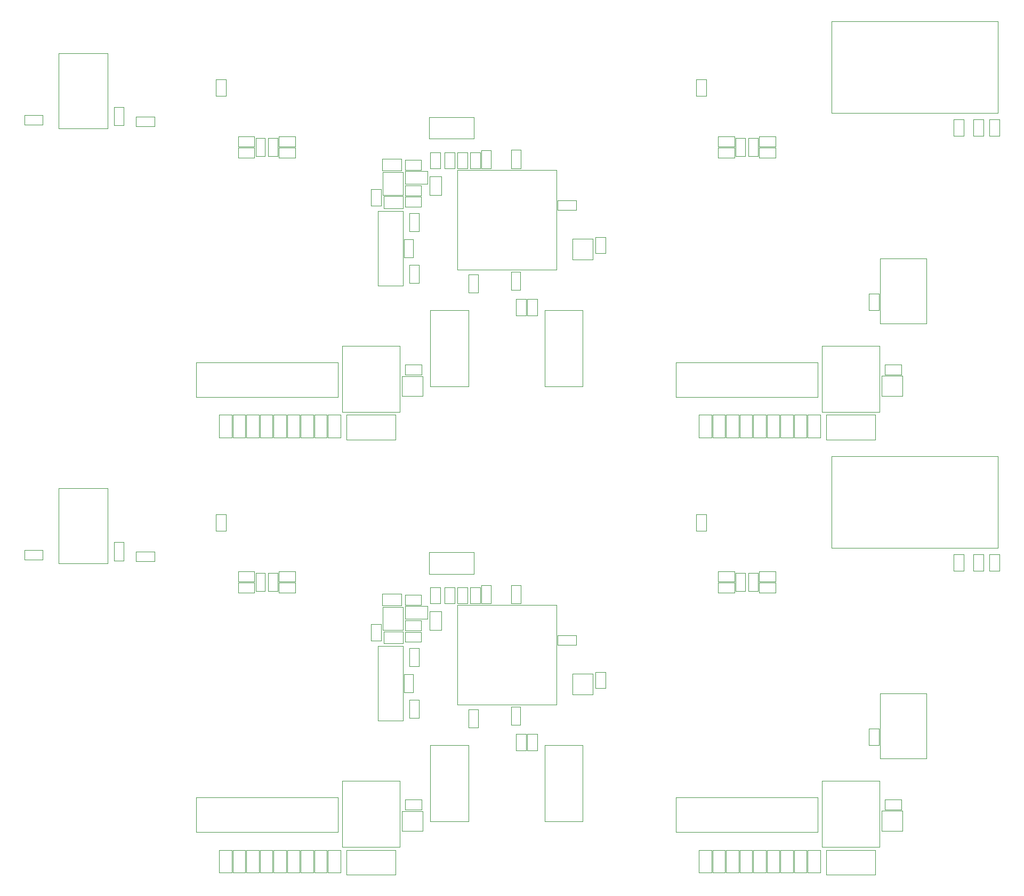
<source format=gbr>
G04 #@! TF.FileFunction,Other,User*
%FSLAX46Y46*%
G04 Gerber Fmt 4.6, Leading zero omitted, Abs format (unit mm)*
G04 Created by KiCad (PCBNEW 4.0.1-stable) date Fri 05 Feb 2016 02:26:42 PM CET*
%MOMM*%
G01*
G04 APERTURE LIST*
%ADD10C,0.100000*%
%ADD11C,0.050000*%
G04 APERTURE END LIST*
D10*
D11*
X156838034Y-118649106D02*
X156838034Y-121249106D01*
X155238034Y-118649106D02*
X155238034Y-121249106D01*
X156838034Y-118649106D02*
X155238034Y-118649106D01*
X156838034Y-121249106D02*
X155238034Y-121249106D01*
X26504234Y-92375506D02*
X26504234Y-80475506D01*
X34304234Y-92375506D02*
X34304234Y-80475506D01*
X34304234Y-80475506D02*
X26504234Y-80475506D01*
X34304234Y-92375506D02*
X26504234Y-92375506D01*
X80055034Y-141812706D02*
X72255034Y-141812706D01*
X80055034Y-137912706D02*
X72255034Y-137912706D01*
X80055034Y-141812706D02*
X80055034Y-137912706D01*
X72255034Y-141812706D02*
X72255034Y-137912706D01*
X156255034Y-141812706D02*
X148455034Y-141812706D01*
X156255034Y-137912706D02*
X148455034Y-137912706D01*
X156255034Y-141812706D02*
X156255034Y-137912706D01*
X148455034Y-141812706D02*
X148455034Y-137912706D01*
X48393094Y-135040906D02*
X48393094Y-129540906D01*
X70893094Y-135040906D02*
X70893094Y-129540906D01*
X70893094Y-129540906D02*
X48393094Y-129540906D01*
X70893094Y-135040906D02*
X48393094Y-135040906D01*
X124593094Y-135040906D02*
X124593094Y-129540906D01*
X147093094Y-135040906D02*
X147093094Y-129540906D01*
X147093094Y-129540906D02*
X124593094Y-129540906D01*
X147093094Y-135040906D02*
X124593094Y-135040906D01*
X149275094Y-89937906D02*
X175675094Y-89937906D01*
X149275094Y-75387906D02*
X175675094Y-75387906D01*
X149275094Y-89937906D02*
X149275094Y-75387906D01*
X175675094Y-89937906D02*
X175675094Y-75387906D01*
X77982094Y-102960906D02*
X77982094Y-99360906D01*
X77982094Y-99360906D02*
X81182094Y-99360906D01*
X81182094Y-99360906D02*
X81182094Y-102960906D01*
X81182094Y-102960906D02*
X77982094Y-102960906D01*
X77778594Y-102083406D02*
X77778594Y-104683406D01*
X76178594Y-102083406D02*
X76178594Y-104683406D01*
X77778594Y-102083406D02*
X76178594Y-102083406D01*
X77778594Y-104683406D02*
X76178594Y-104683406D01*
X168672694Y-93570906D02*
X168672694Y-90970906D01*
X170272694Y-93570906D02*
X170272694Y-90970906D01*
X168672694Y-93570906D02*
X170272694Y-93570906D01*
X168672694Y-90970906D02*
X170272694Y-90970906D01*
X171822294Y-93570906D02*
X171822294Y-90970906D01*
X173422294Y-93570906D02*
X173422294Y-90970906D01*
X171822294Y-93570906D02*
X173422294Y-93570906D01*
X171822294Y-90970906D02*
X173422294Y-90970906D01*
X174349594Y-93570906D02*
X174349594Y-90970906D01*
X175949594Y-93570906D02*
X175949594Y-90970906D01*
X174349594Y-93570906D02*
X175949594Y-93570906D01*
X174349594Y-90970906D02*
X175949594Y-90970906D01*
X81520594Y-103281906D02*
X84120594Y-103281906D01*
X81520594Y-104881906D02*
X84120594Y-104881906D01*
X81520594Y-103281906D02*
X81520594Y-104881906D01*
X84120594Y-103281906D02*
X84120594Y-104881906D01*
X84120594Y-103040406D02*
X81520594Y-103040406D01*
X84120594Y-101440406D02*
X81520594Y-101440406D01*
X84120594Y-103040406D02*
X84120594Y-101440406D01*
X81520594Y-103040406D02*
X81520594Y-101440406D01*
X84120594Y-98976406D02*
X81520594Y-98976406D01*
X84120594Y-97376406D02*
X81520594Y-97376406D01*
X84120594Y-98976406D02*
X84120594Y-97376406D01*
X81520594Y-98976406D02*
X81520594Y-97376406D01*
X108132594Y-113224906D02*
X108132594Y-109924906D01*
X108132594Y-109924906D02*
X111332594Y-109924906D01*
X111332594Y-109924906D02*
X111332594Y-113224906D01*
X111332594Y-113224906D02*
X108132594Y-113224906D01*
X81209094Y-105095406D02*
X78209094Y-105095406D01*
X78209094Y-105095406D02*
X78209094Y-103195406D01*
X81209094Y-103195406D02*
X78209094Y-103195406D01*
X81209094Y-105095406D02*
X81209094Y-103195406D01*
X87313894Y-99991106D02*
X87313894Y-102991106D01*
X87313894Y-102991106D02*
X85413894Y-102991106D01*
X85413894Y-99991106D02*
X85413894Y-102991106D01*
X87313894Y-99991106D02*
X85413894Y-99991106D01*
X80955094Y-99126406D02*
X77955094Y-99126406D01*
X77955094Y-99126406D02*
X77955094Y-97226406D01*
X80955094Y-97226406D02*
X77955094Y-97226406D01*
X80955094Y-99126406D02*
X80955094Y-97226406D01*
X82872094Y-109997906D02*
X82872094Y-112897906D01*
X81372094Y-109997906D02*
X81372094Y-112897906D01*
X82872094Y-109997906D02*
X81372094Y-109997906D01*
X82872094Y-112897906D02*
X81372094Y-112897906D01*
X85128594Y-101208406D02*
X81528594Y-101208406D01*
X85128594Y-99208406D02*
X81528594Y-99208406D01*
X85128594Y-101208406D02*
X85128594Y-99208406D01*
X81528594Y-101208406D02*
X81528594Y-99208406D01*
X35323834Y-91935106D02*
X35323834Y-89035106D01*
X36823834Y-91935106D02*
X36823834Y-89035106D01*
X35323834Y-91935106D02*
X36823834Y-91935106D01*
X35323834Y-89035106D02*
X36823834Y-89035106D01*
X91624594Y-121250906D02*
X85574594Y-121250906D01*
X91624594Y-133400906D02*
X85574594Y-133400906D01*
X91624594Y-121250906D02*
X91624594Y-133400906D01*
X85574594Y-121250906D02*
X85574594Y-133400906D01*
X109785594Y-121250906D02*
X103735594Y-121250906D01*
X109785594Y-133400906D02*
X103735594Y-133400906D01*
X109785594Y-121250906D02*
X109785594Y-133400906D01*
X103735594Y-121250906D02*
X103735594Y-133400906D01*
X164334294Y-123379706D02*
X164334294Y-113079706D01*
X157034294Y-123379706D02*
X157034294Y-113079706D01*
X164334294Y-123379706D02*
X157034294Y-123379706D01*
X164334294Y-113079706D02*
X157034294Y-113079706D01*
X89817694Y-99001306D02*
X89817694Y-114801306D01*
X105617694Y-99001306D02*
X105617694Y-114801306D01*
X89817694Y-99001306D02*
X105617694Y-99001306D01*
X89817694Y-114801306D02*
X105617694Y-114801306D01*
X77201094Y-105547906D02*
X77201094Y-117347906D01*
X81201094Y-117347906D02*
X77201094Y-117347906D01*
X81201094Y-105547906D02*
X77201094Y-105547906D01*
X81201094Y-105547906D02*
X81201094Y-117347906D01*
X61518094Y-95433306D02*
X64118094Y-95433306D01*
X61518094Y-97033306D02*
X64118094Y-97033306D01*
X61518094Y-95433306D02*
X61518094Y-97033306D01*
X64118094Y-95433306D02*
X64118094Y-97033306D01*
X137768894Y-95433306D02*
X140368894Y-95433306D01*
X137768894Y-97033306D02*
X140368894Y-97033306D01*
X137768894Y-95433306D02*
X137768894Y-97033306D01*
X140368894Y-95433306D02*
X140368894Y-97033306D01*
X64118094Y-95306106D02*
X61518094Y-95306106D01*
X64118094Y-93706106D02*
X61518094Y-93706106D01*
X64118094Y-95306106D02*
X64118094Y-93706106D01*
X61518094Y-95306106D02*
X61518094Y-93706106D01*
X140368894Y-95306106D02*
X137768894Y-95306106D01*
X140368894Y-93706106D02*
X137768894Y-93706106D01*
X140368894Y-95306106D02*
X140368894Y-93706106D01*
X137768894Y-95306106D02*
X137768894Y-93706106D01*
X99165594Y-122082406D02*
X99165594Y-119482406D01*
X100765594Y-122082406D02*
X100765594Y-119482406D01*
X99165594Y-122082406D02*
X100765594Y-122082406D01*
X99165594Y-119482406D02*
X100765594Y-119482406D01*
X57641094Y-97033306D02*
X55041094Y-97033306D01*
X57641094Y-95433306D02*
X55041094Y-95433306D01*
X57641094Y-97033306D02*
X57641094Y-95433306D01*
X55041094Y-97033306D02*
X55041094Y-95433306D01*
X133891894Y-97033306D02*
X131291894Y-97033306D01*
X133891894Y-95433306D02*
X131291894Y-95433306D01*
X133891894Y-97033306D02*
X133891894Y-95433306D01*
X131291894Y-97033306D02*
X131291894Y-95433306D01*
X55041094Y-93706106D02*
X57641094Y-93706106D01*
X55041094Y-95306106D02*
X57641094Y-95306106D01*
X55041094Y-93706106D02*
X55041094Y-95306106D01*
X57641094Y-93706106D02*
X57641094Y-95306106D01*
X131291894Y-93706106D02*
X133891894Y-93706106D01*
X131291894Y-95306106D02*
X133891894Y-95306106D01*
X131291894Y-93706106D02*
X131291894Y-95306106D01*
X133891894Y-93706106D02*
X133891894Y-95306106D01*
X51527894Y-87220906D02*
X51527894Y-84620906D01*
X53127894Y-87220906D02*
X53127894Y-84620906D01*
X51527894Y-87220906D02*
X53127894Y-87220906D01*
X51527894Y-84620906D02*
X53127894Y-84620906D01*
X127778694Y-87220906D02*
X127778694Y-84620906D01*
X129378694Y-87220906D02*
X129378694Y-84620906D01*
X127778694Y-87220906D02*
X129378694Y-87220906D01*
X127778694Y-84620906D02*
X129378694Y-84620906D01*
X100943594Y-122082406D02*
X100943594Y-119482406D01*
X102543594Y-122082406D02*
X102543594Y-119482406D01*
X100943594Y-122082406D02*
X102543594Y-122082406D01*
X100943594Y-119482406D02*
X102543594Y-119482406D01*
X85513094Y-98777906D02*
X85513094Y-96177906D01*
X87113094Y-98777906D02*
X87113094Y-96177906D01*
X85513094Y-98777906D02*
X87113094Y-98777906D01*
X85513094Y-96177906D02*
X87113094Y-96177906D01*
X87862594Y-98777906D02*
X87862594Y-96177906D01*
X89462594Y-98777906D02*
X89462594Y-96177906D01*
X87862594Y-98777906D02*
X89462594Y-98777906D01*
X87862594Y-96177906D02*
X89462594Y-96177906D01*
X89831094Y-98777906D02*
X89831094Y-96177906D01*
X91431094Y-98777906D02*
X91431094Y-96177906D01*
X89831094Y-98777906D02*
X91431094Y-98777906D01*
X89831094Y-96177906D02*
X91431094Y-96177906D01*
X91863094Y-98777906D02*
X91863094Y-96177906D01*
X93463094Y-98777906D02*
X93463094Y-96177906D01*
X91863094Y-98777906D02*
X93463094Y-98777906D01*
X91863094Y-96177906D02*
X93463094Y-96177906D01*
X111802094Y-112239906D02*
X111802094Y-109639906D01*
X113402094Y-112239906D02*
X113402094Y-109639906D01*
X111802094Y-112239906D02*
X113402094Y-112239906D01*
X111802094Y-109639906D02*
X113402094Y-109639906D01*
X81573334Y-129918706D02*
X84173334Y-129918706D01*
X81573334Y-131518706D02*
X84173334Y-131518706D01*
X81573334Y-129918706D02*
X81573334Y-131518706D01*
X84173334Y-129918706D02*
X84173334Y-131518706D01*
X157760634Y-129918706D02*
X160360634Y-129918706D01*
X157760634Y-131518706D02*
X160360634Y-131518706D01*
X157760634Y-129918706D02*
X157760634Y-131518706D01*
X160360634Y-129918706D02*
X160360634Y-131518706D01*
X84332834Y-134934906D02*
X81032834Y-134934906D01*
X81032834Y-134934906D02*
X81032834Y-131734906D01*
X81032834Y-131734906D02*
X84332834Y-131734906D01*
X84332834Y-131734906D02*
X84332834Y-134934906D01*
X160520134Y-134922206D02*
X157220134Y-134922206D01*
X157220134Y-134922206D02*
X157220134Y-131722206D01*
X157220134Y-131722206D02*
X160520134Y-131722206D01*
X160520134Y-131722206D02*
X160520134Y-134922206D01*
X92506594Y-90599406D02*
X85356594Y-90599406D01*
X92506594Y-94049406D02*
X85356594Y-94049406D01*
X92506594Y-90599406D02*
X92506594Y-94049406D01*
X85356594Y-90599406D02*
X85356594Y-94049406D01*
X71603094Y-137463906D02*
X80703094Y-137463906D01*
X80703094Y-137463906D02*
X80703094Y-126963906D01*
X71603094Y-126963906D02*
X80703094Y-126963906D01*
X71603094Y-137463906D02*
X71603094Y-126963906D01*
X147803094Y-137463906D02*
X156903094Y-137463906D01*
X156903094Y-137463906D02*
X156903094Y-126963906D01*
X147803094Y-126963906D02*
X156903094Y-126963906D01*
X147803094Y-137463906D02*
X147803094Y-126963906D01*
X59832894Y-96794306D02*
X59832894Y-93894306D01*
X61332894Y-96794306D02*
X61332894Y-93894306D01*
X59832894Y-96794306D02*
X61332894Y-96794306D01*
X59832894Y-93894306D02*
X61332894Y-93894306D01*
X136083694Y-96794306D02*
X136083694Y-93894306D01*
X137583694Y-96794306D02*
X137583694Y-93894306D01*
X136083694Y-96794306D02*
X137583694Y-96794306D01*
X136083694Y-93894306D02*
X137583694Y-93894306D01*
X57826294Y-96794306D02*
X57826294Y-93894306D01*
X59326294Y-96794306D02*
X59326294Y-93894306D01*
X57826294Y-96794306D02*
X59326294Y-96794306D01*
X57826294Y-93894306D02*
X59326294Y-93894306D01*
X134077094Y-96794306D02*
X134077094Y-93894306D01*
X135577094Y-96794306D02*
X135577094Y-93894306D01*
X134077094Y-96794306D02*
X135577094Y-96794306D01*
X134077094Y-93894306D02*
X135577094Y-93894306D01*
X82261094Y-116961906D02*
X82261094Y-114061906D01*
X83761094Y-116961906D02*
X83761094Y-114061906D01*
X82261094Y-116961906D02*
X83761094Y-116961906D01*
X82261094Y-114061906D02*
X83761094Y-114061906D01*
X83761094Y-105870406D02*
X83761094Y-108770406D01*
X82261094Y-105870406D02*
X82261094Y-108770406D01*
X83761094Y-105870406D02*
X82261094Y-105870406D01*
X83761094Y-108770406D02*
X82261094Y-108770406D01*
X99890094Y-115141406D02*
X99890094Y-118041406D01*
X98390094Y-115141406D02*
X98390094Y-118041406D01*
X99890094Y-115141406D02*
X98390094Y-115141406D01*
X99890094Y-118041406D02*
X98390094Y-118041406D01*
X98403494Y-98724706D02*
X98403494Y-95824706D01*
X99903494Y-98724706D02*
X99903494Y-95824706D01*
X98403494Y-98724706D02*
X99903494Y-98724706D01*
X98403494Y-95824706D02*
X99903494Y-95824706D01*
X93691094Y-98737406D02*
X93691094Y-95837406D01*
X95191094Y-98737406D02*
X95191094Y-95837406D01*
X93691094Y-98737406D02*
X95191094Y-98737406D01*
X93691094Y-95837406D02*
X95191094Y-95837406D01*
X105806094Y-103839906D02*
X108706094Y-103839906D01*
X105806094Y-105339906D02*
X108706094Y-105339906D01*
X105806094Y-103839906D02*
X105806094Y-105339906D01*
X108706094Y-103839906D02*
X108706094Y-105339906D01*
X93159094Y-115585906D02*
X93159094Y-118485906D01*
X91659094Y-115585906D02*
X91659094Y-118485906D01*
X93159094Y-115585906D02*
X91659094Y-115585906D01*
X93159094Y-118485906D02*
X91659094Y-118485906D01*
X52039094Y-141505406D02*
X52039094Y-137905406D01*
X54039094Y-141505406D02*
X54039094Y-137905406D01*
X52039094Y-141505406D02*
X54039094Y-141505406D01*
X52039094Y-137905406D02*
X54039094Y-137905406D01*
X67152094Y-141505406D02*
X67152094Y-137905406D01*
X69152094Y-141505406D02*
X69152094Y-137905406D01*
X67152094Y-141505406D02*
X69152094Y-141505406D01*
X67152094Y-137905406D02*
X69152094Y-137905406D01*
X64993094Y-141505406D02*
X64993094Y-137905406D01*
X66993094Y-141505406D02*
X66993094Y-137905406D01*
X64993094Y-141505406D02*
X66993094Y-141505406D01*
X64993094Y-137905406D02*
X66993094Y-137905406D01*
X62834094Y-141505406D02*
X62834094Y-137905406D01*
X64834094Y-141505406D02*
X64834094Y-137905406D01*
X62834094Y-141505406D02*
X64834094Y-141505406D01*
X62834094Y-137905406D02*
X64834094Y-137905406D01*
X58516094Y-141505406D02*
X58516094Y-137905406D01*
X60516094Y-141505406D02*
X60516094Y-137905406D01*
X58516094Y-141505406D02*
X60516094Y-141505406D01*
X58516094Y-137905406D02*
X60516094Y-137905406D01*
X60675094Y-141505406D02*
X60675094Y-137905406D01*
X62675094Y-141505406D02*
X62675094Y-137905406D01*
X60675094Y-141505406D02*
X62675094Y-141505406D01*
X60675094Y-137905406D02*
X62675094Y-137905406D01*
X69311094Y-141505406D02*
X69311094Y-137905406D01*
X71311094Y-141505406D02*
X71311094Y-137905406D01*
X69311094Y-141505406D02*
X71311094Y-141505406D01*
X69311094Y-137905406D02*
X71311094Y-137905406D01*
X56357094Y-141505406D02*
X56357094Y-137905406D01*
X58357094Y-141505406D02*
X58357094Y-137905406D01*
X56357094Y-141505406D02*
X58357094Y-141505406D01*
X56357094Y-137905406D02*
X58357094Y-137905406D01*
X56198094Y-137905406D02*
X56198094Y-141505406D01*
X54198094Y-137905406D02*
X54198094Y-141505406D01*
X56198094Y-137905406D02*
X54198094Y-137905406D01*
X56198094Y-141505406D02*
X54198094Y-141505406D01*
X128239094Y-141505406D02*
X128239094Y-137905406D01*
X130239094Y-141505406D02*
X130239094Y-137905406D01*
X128239094Y-141505406D02*
X130239094Y-141505406D01*
X128239094Y-137905406D02*
X130239094Y-137905406D01*
X143352094Y-141505406D02*
X143352094Y-137905406D01*
X145352094Y-141505406D02*
X145352094Y-137905406D01*
X143352094Y-141505406D02*
X145352094Y-141505406D01*
X143352094Y-137905406D02*
X145352094Y-137905406D01*
X141193094Y-141505406D02*
X141193094Y-137905406D01*
X143193094Y-141505406D02*
X143193094Y-137905406D01*
X141193094Y-141505406D02*
X143193094Y-141505406D01*
X141193094Y-137905406D02*
X143193094Y-137905406D01*
X139034094Y-141505406D02*
X139034094Y-137905406D01*
X141034094Y-141505406D02*
X141034094Y-137905406D01*
X139034094Y-141505406D02*
X141034094Y-141505406D01*
X139034094Y-137905406D02*
X141034094Y-137905406D01*
X134716094Y-141505406D02*
X134716094Y-137905406D01*
X136716094Y-141505406D02*
X136716094Y-137905406D01*
X134716094Y-141505406D02*
X136716094Y-141505406D01*
X134716094Y-137905406D02*
X136716094Y-137905406D01*
X136875094Y-141505406D02*
X136875094Y-137905406D01*
X138875094Y-141505406D02*
X138875094Y-137905406D01*
X136875094Y-141505406D02*
X138875094Y-141505406D01*
X136875094Y-137905406D02*
X138875094Y-137905406D01*
X145511094Y-141505406D02*
X145511094Y-137905406D01*
X147511094Y-141505406D02*
X147511094Y-137905406D01*
X145511094Y-141505406D02*
X147511094Y-141505406D01*
X145511094Y-137905406D02*
X147511094Y-137905406D01*
X132557094Y-141505406D02*
X132557094Y-137905406D01*
X134557094Y-141505406D02*
X134557094Y-137905406D01*
X132557094Y-141505406D02*
X134557094Y-141505406D01*
X132557094Y-137905406D02*
X134557094Y-137905406D01*
X132398094Y-137905406D02*
X132398094Y-141505406D01*
X130398094Y-137905406D02*
X130398094Y-141505406D01*
X132398094Y-137905406D02*
X130398094Y-137905406D01*
X132398094Y-141505406D02*
X130398094Y-141505406D01*
X41725594Y-92068406D02*
X38825594Y-92068406D01*
X41725594Y-90568406D02*
X38825594Y-90568406D01*
X41725594Y-92068406D02*
X41725594Y-90568406D01*
X38825594Y-92068406D02*
X38825594Y-90568406D01*
X21111034Y-90293906D02*
X24011034Y-90293906D01*
X21111034Y-91793906D02*
X24011034Y-91793906D01*
X21111034Y-90293906D02*
X21111034Y-91793906D01*
X24011034Y-90293906D02*
X24011034Y-91793906D01*
X21111034Y-21195302D02*
X24011034Y-21195302D01*
X21111034Y-22695302D02*
X24011034Y-22695302D01*
X21111034Y-21195302D02*
X21111034Y-22695302D01*
X24011034Y-21195302D02*
X24011034Y-22695302D01*
X41725594Y-22969802D02*
X38825594Y-22969802D01*
X41725594Y-21469802D02*
X38825594Y-21469802D01*
X41725594Y-22969802D02*
X41725594Y-21469802D01*
X38825594Y-22969802D02*
X38825594Y-21469802D01*
X132398094Y-68806802D02*
X132398094Y-72406802D01*
X130398094Y-68806802D02*
X130398094Y-72406802D01*
X132398094Y-68806802D02*
X130398094Y-68806802D01*
X132398094Y-72406802D02*
X130398094Y-72406802D01*
X132557094Y-72406802D02*
X132557094Y-68806802D01*
X134557094Y-72406802D02*
X134557094Y-68806802D01*
X132557094Y-72406802D02*
X134557094Y-72406802D01*
X132557094Y-68806802D02*
X134557094Y-68806802D01*
X145511094Y-72406802D02*
X145511094Y-68806802D01*
X147511094Y-72406802D02*
X147511094Y-68806802D01*
X145511094Y-72406802D02*
X147511094Y-72406802D01*
X145511094Y-68806802D02*
X147511094Y-68806802D01*
X136875094Y-72406802D02*
X136875094Y-68806802D01*
X138875094Y-72406802D02*
X138875094Y-68806802D01*
X136875094Y-72406802D02*
X138875094Y-72406802D01*
X136875094Y-68806802D02*
X138875094Y-68806802D01*
X134716094Y-72406802D02*
X134716094Y-68806802D01*
X136716094Y-72406802D02*
X136716094Y-68806802D01*
X134716094Y-72406802D02*
X136716094Y-72406802D01*
X134716094Y-68806802D02*
X136716094Y-68806802D01*
X139034094Y-72406802D02*
X139034094Y-68806802D01*
X141034094Y-72406802D02*
X141034094Y-68806802D01*
X139034094Y-72406802D02*
X141034094Y-72406802D01*
X139034094Y-68806802D02*
X141034094Y-68806802D01*
X141193094Y-72406802D02*
X141193094Y-68806802D01*
X143193094Y-72406802D02*
X143193094Y-68806802D01*
X141193094Y-72406802D02*
X143193094Y-72406802D01*
X141193094Y-68806802D02*
X143193094Y-68806802D01*
X143352094Y-72406802D02*
X143352094Y-68806802D01*
X145352094Y-72406802D02*
X145352094Y-68806802D01*
X143352094Y-72406802D02*
X145352094Y-72406802D01*
X143352094Y-68806802D02*
X145352094Y-68806802D01*
X128239094Y-72406802D02*
X128239094Y-68806802D01*
X130239094Y-72406802D02*
X130239094Y-68806802D01*
X128239094Y-72406802D02*
X130239094Y-72406802D01*
X128239094Y-68806802D02*
X130239094Y-68806802D01*
X56198094Y-68806802D02*
X56198094Y-72406802D01*
X54198094Y-68806802D02*
X54198094Y-72406802D01*
X56198094Y-68806802D02*
X54198094Y-68806802D01*
X56198094Y-72406802D02*
X54198094Y-72406802D01*
X56357094Y-72406802D02*
X56357094Y-68806802D01*
X58357094Y-72406802D02*
X58357094Y-68806802D01*
X56357094Y-72406802D02*
X58357094Y-72406802D01*
X56357094Y-68806802D02*
X58357094Y-68806802D01*
X69311094Y-72406802D02*
X69311094Y-68806802D01*
X71311094Y-72406802D02*
X71311094Y-68806802D01*
X69311094Y-72406802D02*
X71311094Y-72406802D01*
X69311094Y-68806802D02*
X71311094Y-68806802D01*
X60675094Y-72406802D02*
X60675094Y-68806802D01*
X62675094Y-72406802D02*
X62675094Y-68806802D01*
X60675094Y-72406802D02*
X62675094Y-72406802D01*
X60675094Y-68806802D02*
X62675094Y-68806802D01*
X58516094Y-72406802D02*
X58516094Y-68806802D01*
X60516094Y-72406802D02*
X60516094Y-68806802D01*
X58516094Y-72406802D02*
X60516094Y-72406802D01*
X58516094Y-68806802D02*
X60516094Y-68806802D01*
X62834094Y-72406802D02*
X62834094Y-68806802D01*
X64834094Y-72406802D02*
X64834094Y-68806802D01*
X62834094Y-72406802D02*
X64834094Y-72406802D01*
X62834094Y-68806802D02*
X64834094Y-68806802D01*
X64993094Y-72406802D02*
X64993094Y-68806802D01*
X66993094Y-72406802D02*
X66993094Y-68806802D01*
X64993094Y-72406802D02*
X66993094Y-72406802D01*
X64993094Y-68806802D02*
X66993094Y-68806802D01*
X67152094Y-72406802D02*
X67152094Y-68806802D01*
X69152094Y-72406802D02*
X69152094Y-68806802D01*
X67152094Y-72406802D02*
X69152094Y-72406802D01*
X67152094Y-68806802D02*
X69152094Y-68806802D01*
X52039094Y-72406802D02*
X52039094Y-68806802D01*
X54039094Y-72406802D02*
X54039094Y-68806802D01*
X52039094Y-72406802D02*
X54039094Y-72406802D01*
X52039094Y-68806802D02*
X54039094Y-68806802D01*
X93159094Y-46487302D02*
X93159094Y-49387302D01*
X91659094Y-46487302D02*
X91659094Y-49387302D01*
X93159094Y-46487302D02*
X91659094Y-46487302D01*
X93159094Y-49387302D02*
X91659094Y-49387302D01*
X105806094Y-34741302D02*
X108706094Y-34741302D01*
X105806094Y-36241302D02*
X108706094Y-36241302D01*
X105806094Y-34741302D02*
X105806094Y-36241302D01*
X108706094Y-34741302D02*
X108706094Y-36241302D01*
X93691094Y-29638802D02*
X93691094Y-26738802D01*
X95191094Y-29638802D02*
X95191094Y-26738802D01*
X93691094Y-29638802D02*
X95191094Y-29638802D01*
X93691094Y-26738802D02*
X95191094Y-26738802D01*
X98403494Y-29626102D02*
X98403494Y-26726102D01*
X99903494Y-29626102D02*
X99903494Y-26726102D01*
X98403494Y-29626102D02*
X99903494Y-29626102D01*
X98403494Y-26726102D02*
X99903494Y-26726102D01*
X99890094Y-46042802D02*
X99890094Y-48942802D01*
X98390094Y-46042802D02*
X98390094Y-48942802D01*
X99890094Y-46042802D02*
X98390094Y-46042802D01*
X99890094Y-48942802D02*
X98390094Y-48942802D01*
X83761094Y-36771802D02*
X83761094Y-39671802D01*
X82261094Y-36771802D02*
X82261094Y-39671802D01*
X83761094Y-36771802D02*
X82261094Y-36771802D01*
X83761094Y-39671802D02*
X82261094Y-39671802D01*
X82261094Y-47863302D02*
X82261094Y-44963302D01*
X83761094Y-47863302D02*
X83761094Y-44963302D01*
X82261094Y-47863302D02*
X83761094Y-47863302D01*
X82261094Y-44963302D02*
X83761094Y-44963302D01*
X134077094Y-27695702D02*
X134077094Y-24795702D01*
X135577094Y-27695702D02*
X135577094Y-24795702D01*
X134077094Y-27695702D02*
X135577094Y-27695702D01*
X134077094Y-24795702D02*
X135577094Y-24795702D01*
X57826294Y-27695702D02*
X57826294Y-24795702D01*
X59326294Y-27695702D02*
X59326294Y-24795702D01*
X57826294Y-27695702D02*
X59326294Y-27695702D01*
X57826294Y-24795702D02*
X59326294Y-24795702D01*
X136083694Y-27695702D02*
X136083694Y-24795702D01*
X137583694Y-27695702D02*
X137583694Y-24795702D01*
X136083694Y-27695702D02*
X137583694Y-27695702D01*
X136083694Y-24795702D02*
X137583694Y-24795702D01*
X59832894Y-27695702D02*
X59832894Y-24795702D01*
X61332894Y-27695702D02*
X61332894Y-24795702D01*
X59832894Y-27695702D02*
X61332894Y-27695702D01*
X59832894Y-24795702D02*
X61332894Y-24795702D01*
X147803094Y-68365302D02*
X156903094Y-68365302D01*
X156903094Y-68365302D02*
X156903094Y-57865302D01*
X147803094Y-57865302D02*
X156903094Y-57865302D01*
X147803094Y-68365302D02*
X147803094Y-57865302D01*
X71603094Y-68365302D02*
X80703094Y-68365302D01*
X80703094Y-68365302D02*
X80703094Y-57865302D01*
X71603094Y-57865302D02*
X80703094Y-57865302D01*
X71603094Y-68365302D02*
X71603094Y-57865302D01*
X92506594Y-21500802D02*
X85356594Y-21500802D01*
X92506594Y-24950802D02*
X85356594Y-24950802D01*
X92506594Y-21500802D02*
X92506594Y-24950802D01*
X85356594Y-21500802D02*
X85356594Y-24950802D01*
X160520134Y-65823602D02*
X157220134Y-65823602D01*
X157220134Y-65823602D02*
X157220134Y-62623602D01*
X157220134Y-62623602D02*
X160520134Y-62623602D01*
X160520134Y-62623602D02*
X160520134Y-65823602D01*
X84332834Y-65836302D02*
X81032834Y-65836302D01*
X81032834Y-65836302D02*
X81032834Y-62636302D01*
X81032834Y-62636302D02*
X84332834Y-62636302D01*
X84332834Y-62636302D02*
X84332834Y-65836302D01*
X157760634Y-60820102D02*
X160360634Y-60820102D01*
X157760634Y-62420102D02*
X160360634Y-62420102D01*
X157760634Y-60820102D02*
X157760634Y-62420102D01*
X160360634Y-60820102D02*
X160360634Y-62420102D01*
X81573334Y-60820102D02*
X84173334Y-60820102D01*
X81573334Y-62420102D02*
X84173334Y-62420102D01*
X81573334Y-60820102D02*
X81573334Y-62420102D01*
X84173334Y-60820102D02*
X84173334Y-62420102D01*
X111802094Y-43141302D02*
X111802094Y-40541302D01*
X113402094Y-43141302D02*
X113402094Y-40541302D01*
X111802094Y-43141302D02*
X113402094Y-43141302D01*
X111802094Y-40541302D02*
X113402094Y-40541302D01*
X91863094Y-29679302D02*
X91863094Y-27079302D01*
X93463094Y-29679302D02*
X93463094Y-27079302D01*
X91863094Y-29679302D02*
X93463094Y-29679302D01*
X91863094Y-27079302D02*
X93463094Y-27079302D01*
X89831094Y-29679302D02*
X89831094Y-27079302D01*
X91431094Y-29679302D02*
X91431094Y-27079302D01*
X89831094Y-29679302D02*
X91431094Y-29679302D01*
X89831094Y-27079302D02*
X91431094Y-27079302D01*
X87862594Y-29679302D02*
X87862594Y-27079302D01*
X89462594Y-29679302D02*
X89462594Y-27079302D01*
X87862594Y-29679302D02*
X89462594Y-29679302D01*
X87862594Y-27079302D02*
X89462594Y-27079302D01*
X85513094Y-29679302D02*
X85513094Y-27079302D01*
X87113094Y-29679302D02*
X87113094Y-27079302D01*
X85513094Y-29679302D02*
X87113094Y-29679302D01*
X85513094Y-27079302D02*
X87113094Y-27079302D01*
X100943594Y-52983802D02*
X100943594Y-50383802D01*
X102543594Y-52983802D02*
X102543594Y-50383802D01*
X100943594Y-52983802D02*
X102543594Y-52983802D01*
X100943594Y-50383802D02*
X102543594Y-50383802D01*
X127778694Y-18122302D02*
X127778694Y-15522302D01*
X129378694Y-18122302D02*
X129378694Y-15522302D01*
X127778694Y-18122302D02*
X129378694Y-18122302D01*
X127778694Y-15522302D02*
X129378694Y-15522302D01*
X51527894Y-18122302D02*
X51527894Y-15522302D01*
X53127894Y-18122302D02*
X53127894Y-15522302D01*
X51527894Y-18122302D02*
X53127894Y-18122302D01*
X51527894Y-15522302D02*
X53127894Y-15522302D01*
X131291894Y-24607502D02*
X133891894Y-24607502D01*
X131291894Y-26207502D02*
X133891894Y-26207502D01*
X131291894Y-24607502D02*
X131291894Y-26207502D01*
X133891894Y-24607502D02*
X133891894Y-26207502D01*
X55041094Y-24607502D02*
X57641094Y-24607502D01*
X55041094Y-26207502D02*
X57641094Y-26207502D01*
X55041094Y-24607502D02*
X55041094Y-26207502D01*
X57641094Y-24607502D02*
X57641094Y-26207502D01*
X133891894Y-27934702D02*
X131291894Y-27934702D01*
X133891894Y-26334702D02*
X131291894Y-26334702D01*
X133891894Y-27934702D02*
X133891894Y-26334702D01*
X131291894Y-27934702D02*
X131291894Y-26334702D01*
X57641094Y-27934702D02*
X55041094Y-27934702D01*
X57641094Y-26334702D02*
X55041094Y-26334702D01*
X57641094Y-27934702D02*
X57641094Y-26334702D01*
X55041094Y-27934702D02*
X55041094Y-26334702D01*
X99165594Y-52983802D02*
X99165594Y-50383802D01*
X100765594Y-52983802D02*
X100765594Y-50383802D01*
X99165594Y-52983802D02*
X100765594Y-52983802D01*
X99165594Y-50383802D02*
X100765594Y-50383802D01*
X140368894Y-26207502D02*
X137768894Y-26207502D01*
X140368894Y-24607502D02*
X137768894Y-24607502D01*
X140368894Y-26207502D02*
X140368894Y-24607502D01*
X137768894Y-26207502D02*
X137768894Y-24607502D01*
X64118094Y-26207502D02*
X61518094Y-26207502D01*
X64118094Y-24607502D02*
X61518094Y-24607502D01*
X64118094Y-26207502D02*
X64118094Y-24607502D01*
X61518094Y-26207502D02*
X61518094Y-24607502D01*
X137768894Y-26334702D02*
X140368894Y-26334702D01*
X137768894Y-27934702D02*
X140368894Y-27934702D01*
X137768894Y-26334702D02*
X137768894Y-27934702D01*
X140368894Y-26334702D02*
X140368894Y-27934702D01*
X61518094Y-26334702D02*
X64118094Y-26334702D01*
X61518094Y-27934702D02*
X64118094Y-27934702D01*
X61518094Y-26334702D02*
X61518094Y-27934702D01*
X64118094Y-26334702D02*
X64118094Y-27934702D01*
X77201094Y-36449302D02*
X77201094Y-48249302D01*
X81201094Y-48249302D02*
X77201094Y-48249302D01*
X81201094Y-36449302D02*
X77201094Y-36449302D01*
X81201094Y-36449302D02*
X81201094Y-48249302D01*
X89817694Y-29902702D02*
X89817694Y-45702702D01*
X105617694Y-29902702D02*
X105617694Y-45702702D01*
X89817694Y-29902702D02*
X105617694Y-29902702D01*
X89817694Y-45702702D02*
X105617694Y-45702702D01*
X164334294Y-54281102D02*
X164334294Y-43981102D01*
X157034294Y-54281102D02*
X157034294Y-43981102D01*
X164334294Y-54281102D02*
X157034294Y-54281102D01*
X164334294Y-43981102D02*
X157034294Y-43981102D01*
X109785594Y-52152302D02*
X103735594Y-52152302D01*
X109785594Y-64302302D02*
X103735594Y-64302302D01*
X109785594Y-52152302D02*
X109785594Y-64302302D01*
X103735594Y-52152302D02*
X103735594Y-64302302D01*
X91624594Y-52152302D02*
X85574594Y-52152302D01*
X91624594Y-64302302D02*
X85574594Y-64302302D01*
X91624594Y-52152302D02*
X91624594Y-64302302D01*
X85574594Y-52152302D02*
X85574594Y-64302302D01*
X35323834Y-22836502D02*
X35323834Y-19936502D01*
X36823834Y-22836502D02*
X36823834Y-19936502D01*
X35323834Y-22836502D02*
X36823834Y-22836502D01*
X35323834Y-19936502D02*
X36823834Y-19936502D01*
X85128594Y-32109802D02*
X81528594Y-32109802D01*
X85128594Y-30109802D02*
X81528594Y-30109802D01*
X85128594Y-32109802D02*
X85128594Y-30109802D01*
X81528594Y-32109802D02*
X81528594Y-30109802D01*
X82872094Y-40899302D02*
X82872094Y-43799302D01*
X81372094Y-40899302D02*
X81372094Y-43799302D01*
X82872094Y-40899302D02*
X81372094Y-40899302D01*
X82872094Y-43799302D02*
X81372094Y-43799302D01*
X80955094Y-30027802D02*
X77955094Y-30027802D01*
X77955094Y-30027802D02*
X77955094Y-28127802D01*
X80955094Y-28127802D02*
X77955094Y-28127802D01*
X80955094Y-30027802D02*
X80955094Y-28127802D01*
X87313894Y-30892502D02*
X87313894Y-33892502D01*
X87313894Y-33892502D02*
X85413894Y-33892502D01*
X85413894Y-30892502D02*
X85413894Y-33892502D01*
X87313894Y-30892502D02*
X85413894Y-30892502D01*
X81209094Y-35996802D02*
X78209094Y-35996802D01*
X78209094Y-35996802D02*
X78209094Y-34096802D01*
X81209094Y-34096802D02*
X78209094Y-34096802D01*
X81209094Y-35996802D02*
X81209094Y-34096802D01*
X108132594Y-44126302D02*
X108132594Y-40826302D01*
X108132594Y-40826302D02*
X111332594Y-40826302D01*
X111332594Y-40826302D02*
X111332594Y-44126302D01*
X111332594Y-44126302D02*
X108132594Y-44126302D01*
X84120594Y-29877802D02*
X81520594Y-29877802D01*
X84120594Y-28277802D02*
X81520594Y-28277802D01*
X84120594Y-29877802D02*
X84120594Y-28277802D01*
X81520594Y-29877802D02*
X81520594Y-28277802D01*
X84120594Y-33941802D02*
X81520594Y-33941802D01*
X84120594Y-32341802D02*
X81520594Y-32341802D01*
X84120594Y-33941802D02*
X84120594Y-32341802D01*
X81520594Y-33941802D02*
X81520594Y-32341802D01*
X81520594Y-34183302D02*
X84120594Y-34183302D01*
X81520594Y-35783302D02*
X84120594Y-35783302D01*
X81520594Y-34183302D02*
X81520594Y-35783302D01*
X84120594Y-34183302D02*
X84120594Y-35783302D01*
X174349594Y-24472302D02*
X174349594Y-21872302D01*
X175949594Y-24472302D02*
X175949594Y-21872302D01*
X174349594Y-24472302D02*
X175949594Y-24472302D01*
X174349594Y-21872302D02*
X175949594Y-21872302D01*
X171822294Y-24472302D02*
X171822294Y-21872302D01*
X173422294Y-24472302D02*
X173422294Y-21872302D01*
X171822294Y-24472302D02*
X173422294Y-24472302D01*
X171822294Y-21872302D02*
X173422294Y-21872302D01*
X168672694Y-24472302D02*
X168672694Y-21872302D01*
X170272694Y-24472302D02*
X170272694Y-21872302D01*
X168672694Y-24472302D02*
X170272694Y-24472302D01*
X168672694Y-21872302D02*
X170272694Y-21872302D01*
X77778594Y-32984802D02*
X77778594Y-35584802D01*
X76178594Y-32984802D02*
X76178594Y-35584802D01*
X77778594Y-32984802D02*
X76178594Y-32984802D01*
X77778594Y-35584802D02*
X76178594Y-35584802D01*
X77982094Y-33862302D02*
X77982094Y-30262302D01*
X77982094Y-30262302D02*
X81182094Y-30262302D01*
X81182094Y-30262302D02*
X81182094Y-33862302D01*
X81182094Y-33862302D02*
X77982094Y-33862302D01*
X149275094Y-20839302D02*
X175675094Y-20839302D01*
X149275094Y-6289302D02*
X175675094Y-6289302D01*
X149275094Y-20839302D02*
X149275094Y-6289302D01*
X175675094Y-20839302D02*
X175675094Y-6289302D01*
X124593094Y-65942302D02*
X124593094Y-60442302D01*
X147093094Y-65942302D02*
X147093094Y-60442302D01*
X147093094Y-60442302D02*
X124593094Y-60442302D01*
X147093094Y-65942302D02*
X124593094Y-65942302D01*
X48393094Y-65942302D02*
X48393094Y-60442302D01*
X70893094Y-65942302D02*
X70893094Y-60442302D01*
X70893094Y-60442302D02*
X48393094Y-60442302D01*
X70893094Y-65942302D02*
X48393094Y-65942302D01*
X156255034Y-72714102D02*
X148455034Y-72714102D01*
X156255034Y-68814102D02*
X148455034Y-68814102D01*
X156255034Y-72714102D02*
X156255034Y-68814102D01*
X148455034Y-72714102D02*
X148455034Y-68814102D01*
X80055034Y-72714102D02*
X72255034Y-72714102D01*
X80055034Y-68814102D02*
X72255034Y-68814102D01*
X80055034Y-72714102D02*
X80055034Y-68814102D01*
X72255034Y-72714102D02*
X72255034Y-68814102D01*
X26504234Y-23276902D02*
X26504234Y-11376902D01*
X34304234Y-23276902D02*
X34304234Y-11376902D01*
X34304234Y-11376902D02*
X26504234Y-11376902D01*
X34304234Y-23276902D02*
X26504234Y-23276902D01*
X156838034Y-49550502D02*
X156838034Y-52150502D01*
X155238034Y-49550502D02*
X155238034Y-52150502D01*
X156838034Y-49550502D02*
X155238034Y-49550502D01*
X156838034Y-52150502D02*
X155238034Y-52150502D01*
M02*

</source>
